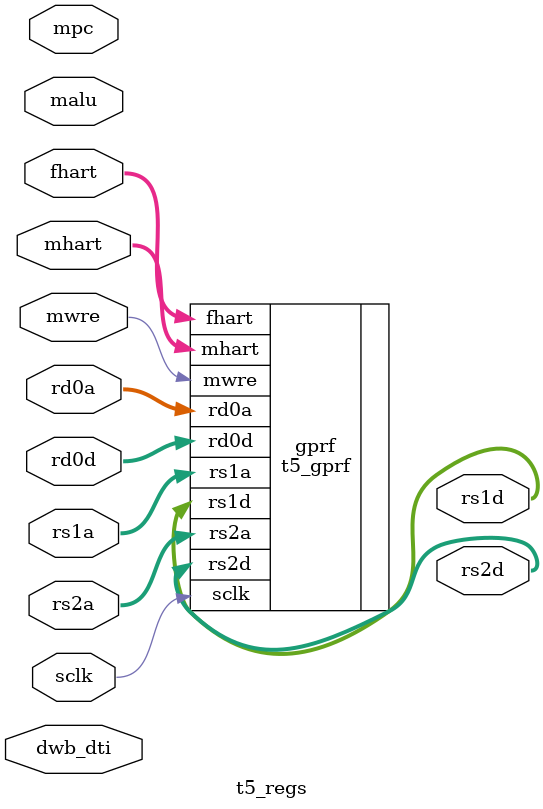
<source format=v>

module t5_regs (/*AUTOARG*/
   // Outputs
   rs2d, rs1d,
   // Inputs
   sclk, rs2a, rs1a, rd0d, rd0a, mwre, mhart, fhart, dwb_dti, malu,
   mpc
   );
   parameter XLEN = 32;
   
   /*AUTOOUTPUT*/
   // Beginning of automatic outputs (from unused autoinst outputs)
   output [XLEN-1:0]	rs1d;			// From gprf of t5_gprf.v
   output [XLEN-1:0]	rs2d;			// From gprf of t5_gprf.v
   // End of automatics
   /*AUTOINPUT*/
   // Beginning of automatic inputs (from unused autoinst inputs)
   input [1:0]		fhart;			// To gprf of t5_gprf.v
   input [1:0]		mhart;			// To gprf of t5_gprf.v
   input		mwre;			// To gprf of t5_gprf.v
   input [4:0]		rd0a;			// To gprf of t5_gprf.v
   input [XLEN-1:0]	rd0d;			// To gprf of t5_gprf.v
   input [4:0]		rs1a;			// To gprf of t5_gprf.v
   input [4:0]		rs2a;			// To gprf of t5_gprf.v
   input		sclk;			// To gprf of t5_gprf.v
   // End of automatics
   /*AUTOWIRE*/

   input [XLEN-1:0] 	dwb_dti;
   input [XLEN-1:0] 	malu;
   input [XLEN-1:0] 	mpc;

   // TODO: Add special function registers
      
   t5_gprf
     #(/*AUTOINSTPARAM*/
       // Parameters
       .XLEN				(XLEN))
   gprf
     (/*AUTOINST*/
      // Outputs
      .rs1d				(rs1d[XLEN-1:0]),
      .rs2d				(rs2d[XLEN-1:0]),
      // Inputs
      .fhart				(fhart[1:0]),
      .mhart				(mhart[1:0]),
      .mwre				(mwre),
      .rd0a				(rd0a[4:0]),
      .rd0d				(rd0d[XLEN-1:0]),
      .rs1a				(rs1a[4:0]),
      .rs2a				(rs2a[4:0]),
      .sclk				(sclk));

endmodule // tra5_regs


</source>
